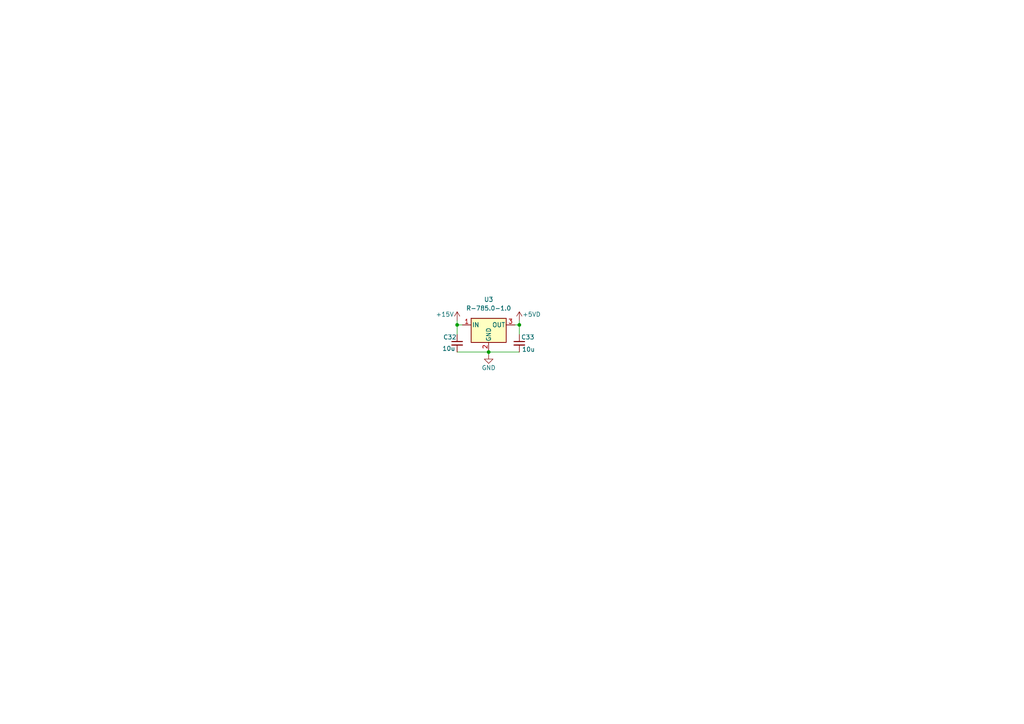
<source format=kicad_sch>
(kicad_sch (version 20211123) (generator eeschema)
  (paper "A4")
  (lib_symbols
    (symbol "Device:C_Small" (pin_numbers hide) (pin_names (offset 0.254) hide)
      (property "Reference" "C" (at 0.254 1.778 0))
      (property "Value" "C_Small" (at 0.254 -2.032 0))
      (symbol "C_Small_0_1"
        (polyline (pts (xy -1.524 -0.508) (xy 1.524 -0.508)) (stroke (width 0.3302)))
        (polyline (pts (xy -1.524 0.508) (xy 1.524 0.508)) (stroke (width 0.3048)))
      )
      (symbol "C_Small_1_1"
        (pin passive line (at 0 2.54 270) (length 2.032) (name "~") (number "1"))
        (pin passive line (at 0 -2.54 90) (length 2.032) (name "~") (number "2"))
      )
    )
    (symbol "Regulator_Switching:R-785.0-1.0" (pin_names (offset 0.254))
      (property "Reference" "U" (at -3.81 3.175 0))
      (property "Value" "R-785.0-1.0" (at 0 3.175 0))
      (symbol "R-785.0-1.0_0_1"
        (rectangle (start -5.08 1.905) (end 5.08 -5.08) (stroke (width 0.254)) (fill (type background)))
      )
      (symbol "R-785.0-1.0_1_1"
        (pin power_in line (at -7.62 0 0) (length 2.54) (name "IN") (number "1"))
        (pin power_in line (at 0 -7.62 90) (length 2.54) (name "GND") (number "2"))
        (pin power_out line (at 7.62 0 180) (length 2.54) (name "OUT") (number "3"))
      )
    )
    (symbol "power:+15V" (power) (pin_names (offset 0))
      (property "Value" "+15V" (at 0 3.556 0))
      (symbol "+15V_0_1"
        (polyline (pts (xy -0.762 1.27) (xy 0 2.54)))
        (polyline (pts (xy 0 0) (xy 0 2.54)))
        (polyline (pts (xy 0 2.54) (xy 0.762 1.27)))
      )
      (symbol "+15V_1_1"
        (pin power_in line (at 0 0 90) (length 0) hide (name "+15V") (number "1"))
      )
    )
    (symbol "power:+5VD" (power) (pin_names (offset 0))
      (property "Value" "+5VD" (at 0 3.556 0))
      (symbol "+5VD_0_1"
        (polyline (pts (xy -0.762 1.27) (xy 0 2.54)))
        (polyline (pts (xy 0 0) (xy 0 2.54)))
        (polyline (pts (xy 0 2.54) (xy 0.762 1.27)))
      )
      (symbol "+5VD_1_1"
        (pin power_in line (at 0 0 90) (length 0) hide (name "+5VD") (number "1"))
      )
    )
    (symbol "power:GND" (power) (pin_names (offset 0))
      (property "Value" "GND" (at 0 -3.81 0))
      (symbol "GND_0_1"
        (polyline (pts (xy 0 0) (xy 0 -1.27) (xy 1.27 -1.27) (xy 0 -2.54) (xy -1.27 -1.27) (xy 0 -1.27)))
      )
      (symbol "GND_1_1"
        (pin power_in line (at 0 0 270) (length 0) hide (name "GND") (number "1"))
      )
    )
  )
  (junction (at 141.732 102.108))
  (junction (at 150.622 94.234))
  (junction (at 132.588 94.234))
  (wire (pts (xy 132.588 102.108) (xy 141.732 102.108)))
  (wire (pts (xy 132.588 94.234) (xy 132.588 97.028)))
  (wire (pts (xy 150.622 94.234) (xy 150.622 97.028)))
  (wire (pts (xy 150.622 92.964) (xy 150.622 94.234)))
  (wire (pts (xy 132.588 94.234) (xy 134.112 94.234)))
  (wire (pts (xy 141.732 102.108) (xy 141.732 101.854)))
  (wire (pts (xy 132.588 92.964) (xy 132.588 94.234)))
  (wire (pts (xy 150.622 94.234) (xy 149.352 94.234)))
  (wire (pts (xy 141.732 102.108) (xy 150.622 102.108)))
  (wire (pts (xy 141.732 102.87) (xy 141.732 102.108)))
  (symbol (lib_id "Device:C_Small") (at 150.622 99.568 0) (unit 1)
    (property "Reference" "C33" (at 151.13 97.79 0) (effects (justify left)))
    (property "Value" "10u" (at 151.384 101.346 0) (effects (justify left)))
    (property "Footprint" "Capacitor_SMD:C_1210_3225Metric_Pad1.33x2.70mm_HandSolder" (effects hide))
  )
  (symbol (lib_id "power:GND") (at 141.732 102.87 0) (unit 1)
    (property "Reference" "#PWR078" (effects hide))
    (property "Value" "GND" (at 141.732 106.68 0))
  )
  (symbol (lib_id "Device:C_Small") (at 132.588 99.568 0) (unit 1)
    (property "Reference" "C32" (at 128.524 97.79 0) (effects (justify left)))
    (property "Value" "10u" (at 128.27 101.092 0) (effects (justify left)))
    (property "Footprint" "Capacitor_SMD:C_1210_3225Metric_Pad1.33x2.70mm_HandSolder" (effects hide))
  )
  (symbol (lib_id "power:+15V") (at 132.588 92.964 0) (unit 1)
    (property "Reference" "#PWR077" (effects hide))
    (property "Value" "+15V" (at 129.032 91.186 0))
  )
  (symbol (lib_id "Regulator_Switching:R-785.0-1.0") (at 141.732 94.234 0) (unit 1)
    (property "Reference" "U3" (at 141.732 86.868 0))
    (property "Value" "R-785.0-1.0" (at 141.732 89.408 0))
    (property "Footprint" "Converter_DCDC:Converter_DCDC_RECOM_R-78E-0.5_THT" (effects hide))
    (property "Datasheet" "https://www.recom-power.com/pdf/Innoline/R-78xx-1.0.pdf" (effects hide))
  )
  (symbol (lib_id "power:+5VD") (at 150.622 92.964 0) (unit 1)
    (property "Reference" "#PWR079" (effects hide))
    (property "Value" "+5VD" (at 154.178 91.186 0))
  )
)
</source>
